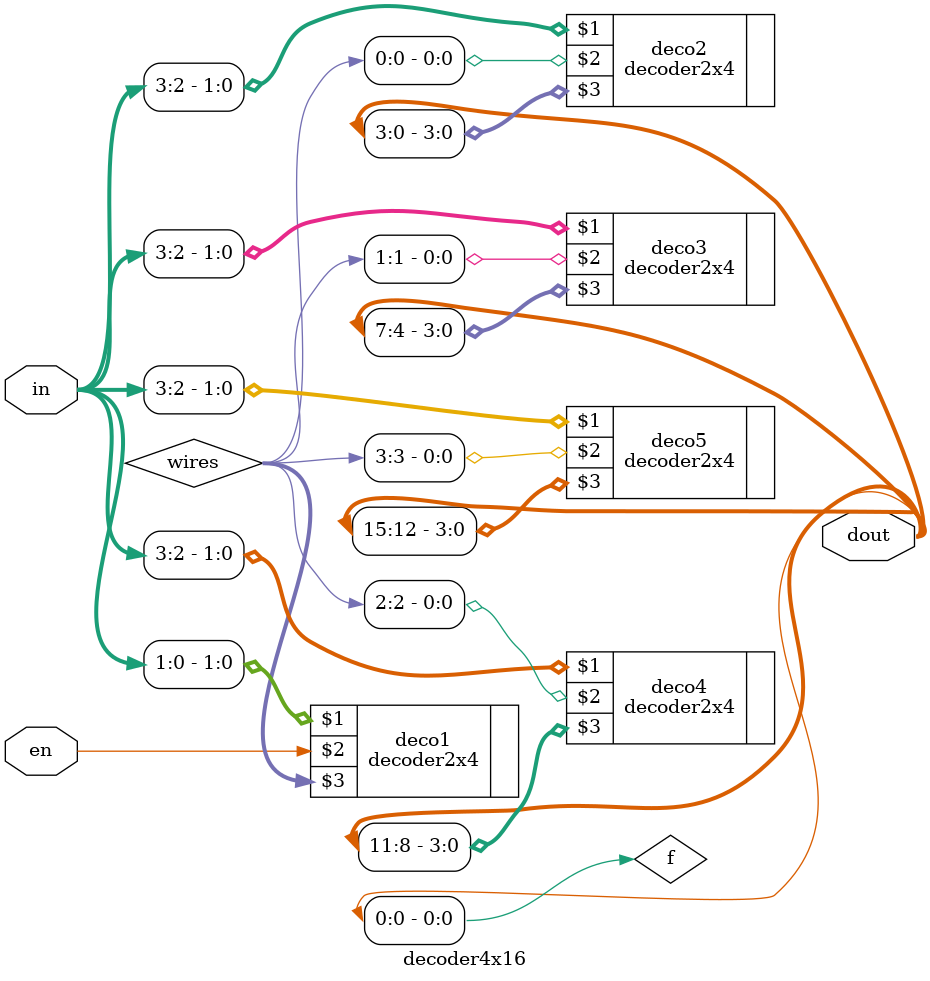
<source format=v>
/*--  *******************************************************
--  Computer Architecture Course, Laboratory Sources 
--  Amirkabir University of Technology (Tehran Polytechnic)
--  Department of Computer Engineering (CE-AUT)
--  https://ce[dot]aut[dot]ac[dot]ir
--  *******************************************************
--  All Rights reserved (C) 2019-2020
--  *******************************************************
--  Student ID  : 9831075
--  Student Name: Mina Beiki
--  Student Mail: 
--  *******************************************************
--  Additional Comments:
--
--*/

/*-----------------------------------------------------------
---  Module Name: Decoder 4 to 16
---  Description: Lab 05 Part 2
-----------------------------------------------------------*/
`timescale 1 ns/1 ns

module decoder4x16 (
	input [3:0] in ,
	input 		en ,
	output [15:0] dout
);
	wire [3:0] wires;
	wire f;
	decoder2x4 deco1(in[1:0],en,wires[3:0]);
	decoder2x4 deco2(in[3:2],wires[0],dout[3:0]);
	decoder2x4 deco3(in[3:2],wires[1],dout[7:4]);
	decoder2x4 deco4(in[3:2],wires[2],dout[11:8]);
	decoder2x4 deco5(in[3:2],wires[3],dout[15:12]);
	assign f={dout[15:0]};

endmodule
</source>
